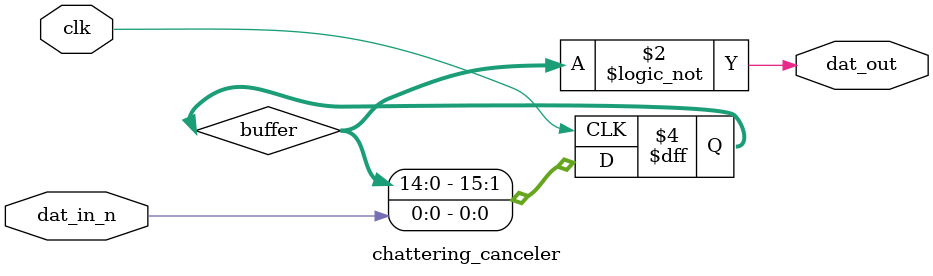
<source format=v>
/*

  chattering_canceler.v 

  Removes chattering from dat_in with 16 bit shift register, and negates the value.
  
*/

module chattering_canceler (
	input 	clk,
	input 	dat_in_n,
	output  dat_out
);

  reg [15:0] buffer = 16'hFFFF;

  always @(posedge clk) begin
    buffer = { buffer[14:0], dat_in_n };
  end
  
  assign dat_out = (buffer == 16'h0000);

endmodule
</source>
